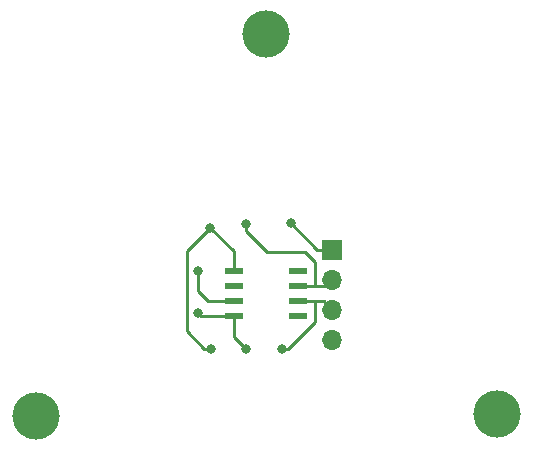
<source format=gbr>
G04 #@! TF.GenerationSoftware,KiCad,Pcbnew,5.0.2-bee76a0~70~ubuntu18.04.1*
G04 #@! TF.CreationDate,2018-11-28T17:48:58+01:00*
G04 #@! TF.ProjectId,AS5600_moveo_2_circ,41533536-3030-45f6-9d6f-76656f5f325f,rev?*
G04 #@! TF.SameCoordinates,Original*
G04 #@! TF.FileFunction,Copper,L2,Bot*
G04 #@! TF.FilePolarity,Positive*
%FSLAX46Y46*%
G04 Gerber Fmt 4.6, Leading zero omitted, Abs format (unit mm)*
G04 Created by KiCad (PCBNEW 5.0.2-bee76a0~70~ubuntu18.04.1) date mié 28 nov 2018 17:48:58 CET*
%MOMM*%
%LPD*%
G01*
G04 APERTURE LIST*
G04 #@! TA.AperFunction,ComponentPad*
%ADD10R,1.700000X1.700000*%
G04 #@! TD*
G04 #@! TA.AperFunction,ComponentPad*
%ADD11O,1.700000X1.700000*%
G04 #@! TD*
G04 #@! TA.AperFunction,SMDPad,CuDef*
%ADD12R,1.550000X0.600000*%
G04 #@! TD*
G04 #@! TA.AperFunction,ViaPad*
%ADD13C,4.000000*%
G04 #@! TD*
G04 #@! TA.AperFunction,ViaPad*
%ADD14C,0.800000*%
G04 #@! TD*
G04 #@! TA.AperFunction,Conductor*
%ADD15C,0.250000*%
G04 #@! TD*
G04 APERTURE END LIST*
D10*
G04 #@! TO.P,J1,1*
G04 #@! TO.N,5V*
X153276300Y-80886300D03*
D11*
G04 #@! TO.P,J1,2*
G04 #@! TO.N,SDA*
X153276300Y-83426300D03*
G04 #@! TO.P,J1,3*
G04 #@! TO.N,SCL*
X153276300Y-85966300D03*
G04 #@! TO.P,J1,4*
G04 #@! TO.N,GND*
X153276300Y-88506300D03*
G04 #@! TD*
D12*
G04 #@! TO.P,U1,1*
G04 #@! TO.N,5V*
X144962900Y-86537800D03*
G04 #@! TO.P,U1,2*
G04 #@! TO.N,+3V3*
X144962900Y-85267800D03*
G04 #@! TO.P,U1,3*
G04 #@! TO.N,N/C*
X144962900Y-83997800D03*
G04 #@! TO.P,U1,4*
G04 #@! TO.N,GND*
X144962900Y-82727800D03*
G04 #@! TO.P,U1,5*
G04 #@! TO.N,N/C*
X150362900Y-82727800D03*
G04 #@! TO.P,U1,6*
G04 #@! TO.N,SDA*
X150362900Y-83997800D03*
G04 #@! TO.P,U1,7*
G04 #@! TO.N,SCL*
X150362900Y-85267800D03*
G04 #@! TO.P,U1,8*
G04 #@! TO.N,N/C*
X150362900Y-86537800D03*
G04 #@! TD*
D13*
G04 #@! TO.N,*
X147662900Y-62623700D03*
X167182800Y-94805500D03*
X128219200Y-94945200D03*
D14*
G04 #@! TO.N,5V*
X145961100Y-89319100D03*
X149783800Y-78663800D03*
X141871700Y-86233000D03*
G04 #@! TO.N,GND*
X142976600Y-89268300D03*
X142951200Y-79032100D03*
G04 #@! TO.N,+3V3*
X141922500Y-82727800D03*
G04 #@! TO.N,SDA*
X145961100Y-78740000D03*
G04 #@! TO.N,SCL*
X148996400Y-89268300D03*
G04 #@! TD*
D15*
G04 #@! TO.N,5V*
X142176500Y-86537800D02*
X141871700Y-86233000D01*
X144962900Y-86537800D02*
X142176500Y-86537800D01*
X144962900Y-88320900D02*
X145961100Y-89319100D01*
X144962900Y-86537800D02*
X144962900Y-88320900D01*
X152006300Y-80886300D02*
X153276300Y-80886300D01*
X149783800Y-78663800D02*
X152006300Y-80886300D01*
G04 #@! TO.N,GND*
X144962900Y-81043800D02*
X142951200Y-79032100D01*
X144962900Y-82727800D02*
X144962900Y-81043800D01*
X142551201Y-79432099D02*
X142951200Y-79032100D01*
X140957300Y-81026000D02*
X142551201Y-79432099D01*
X140957300Y-87814685D02*
X140957300Y-81026000D01*
X142976600Y-89268300D02*
X142410915Y-89268300D01*
X142410915Y-89268300D02*
X140957300Y-87814685D01*
G04 #@! TO.N,+3V3*
X142786100Y-85267800D02*
X144962900Y-85267800D01*
X141922500Y-82727800D02*
X141922500Y-84404200D01*
X141922500Y-84404200D02*
X142786100Y-85267800D01*
G04 #@! TO.N,SDA*
X152704800Y-83997800D02*
X153276300Y-83426300D01*
X145961100Y-79305685D02*
X147757615Y-81102200D01*
X145961100Y-78740000D02*
X145961100Y-79305685D01*
X151803100Y-81953100D02*
X151803100Y-83997800D01*
X150952200Y-81102200D02*
X151803100Y-81953100D01*
X147757615Y-81102200D02*
X150952200Y-81102200D01*
X150362900Y-83997800D02*
X151803100Y-83997800D01*
X151803100Y-83997800D02*
X152704800Y-83997800D01*
G04 #@! TO.N,SCL*
X152577800Y-85267800D02*
X153276300Y-85966300D01*
X151853900Y-86976485D02*
X151853900Y-85267800D01*
X149562085Y-89268300D02*
X151853900Y-86976485D01*
X150362900Y-85267800D02*
X151853900Y-85267800D01*
X148996400Y-89268300D02*
X149562085Y-89268300D01*
X151853900Y-85267800D02*
X152577800Y-85267800D01*
G04 #@! TD*
M02*

</source>
